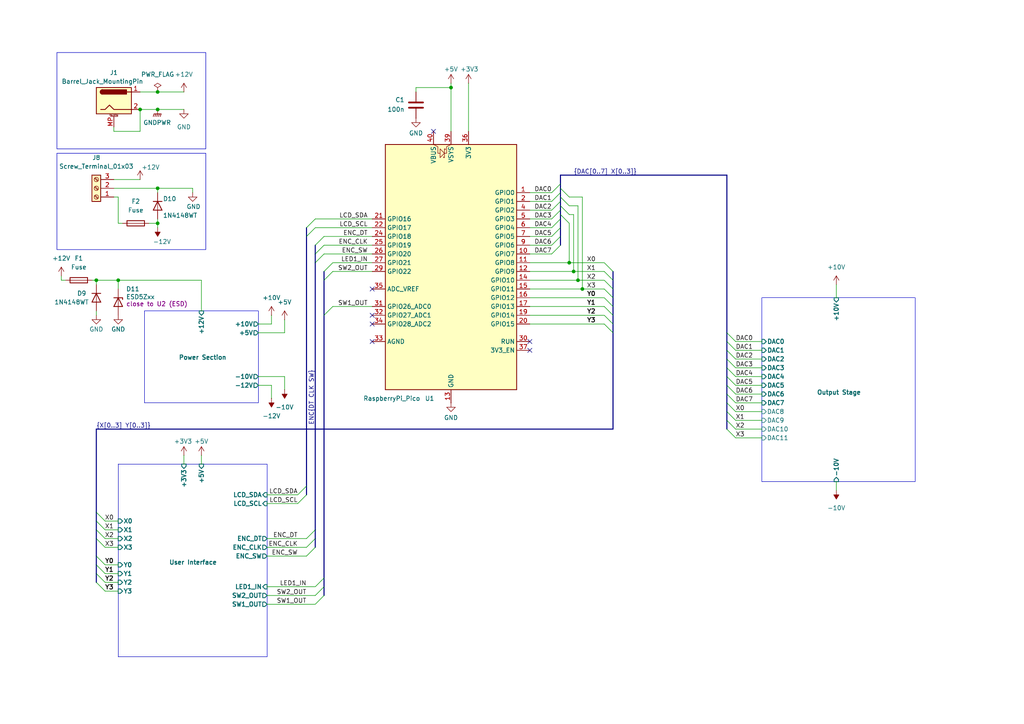
<source format=kicad_sch>
(kicad_sch (version 20231120) (generator "eeschema") (generator_version "8.0")
  (paper "A4")
  (lib_symbols
    (symbol "Connector:Barrel_Jack_MountingPin" (pin_names hide)
      (property "Reference" "J" (at 0 5.334 0))
      (property "Value" "Barrel_Jack_MountingPin" (at 1.27 -6.35 0))
      (symbol "Barrel_Jack_MountingPin_0_1"
        (rectangle (start -5.08 3.81) (end 5.08 -3.81) (stroke (width 0.254)) (fill (type background)))
        (arc (start -3.302 3.175) (mid -3.9343 2.54) (end -3.302 1.905) (stroke (width 0.254)))
        (arc (start -3.302 3.175) (mid -3.9343 2.54) (end -3.302 1.905) (stroke (width 0.254)) (fill (type outline)))
        (polyline (pts (xy 5.08 2.54) (xy 3.81 2.54)) (stroke (width 0.254)))
        (polyline (pts (xy -3.81 -2.54) (xy -2.54 -2.54) (xy -1.27 -1.27) (xy 0 -2.54) (xy 2.54 -2.54) (xy 5.08 -2.54)) (stroke (width 0.254)))
        (rectangle (start 3.683 3.175) (end -3.302 1.905) (stroke (width 0.254)) (fill (type outline)))
      )
      (symbol "Barrel_Jack_MountingPin_1_1"
        (polyline (pts (xy -1.016 -4.572) (xy 1.016 -4.572)) (stroke (width 0.1524)))
        (text "Mounting" (at 0 -4.191 0) (effects (font (size 0.381 0.381))))
        (pin passive line (at 7.62 2.54 180) (length 2.54) (name "~") (number "1"))
        (pin passive line (at 7.62 -2.54 180) (length 2.54) (name "~") (number "2"))
        (pin passive line (at 0 -7.62 90) (length 3.048) (name "MountPin") (number "MP"))
      )
    )
    (symbol "Connector:Screw_Terminal_01x03" (pin_names (offset 1.016) hide)
      (property "Reference" "J" (at 0 5.08 0))
      (property "Value" "Screw_Terminal_01x03" (at 0 -5.08 0))
      (symbol "Screw_Terminal_01x03_1_1"
        (rectangle (start -1.27 3.81) (end 1.27 -3.81) (stroke (width 0.254)) (fill (type background)))
        (circle (center 0 -2.54) (radius 0.635) (stroke (width 0.1524)))
        (polyline (pts (xy -0.5334 -2.2098) (xy 0.3302 -3.048)) (stroke (width 0.1524)))
        (polyline (pts (xy -0.5334 0.3302) (xy 0.3302 -0.508)) (stroke (width 0.1524)))
        (polyline (pts (xy -0.5334 2.8702) (xy 0.3302 2.032)) (stroke (width 0.1524)))
        (polyline (pts (xy -0.3556 -2.032) (xy 0.508 -2.8702)) (stroke (width 0.1524)))
        (polyline (pts (xy -0.3556 0.508) (xy 0.508 -0.3302)) (stroke (width 0.1524)))
        (polyline (pts (xy -0.3556 3.048) (xy 0.508 2.2098)) (stroke (width 0.1524)))
        (circle (center 0 0) (radius 0.635) (stroke (width 0.1524)))
        (circle (center 0 2.54) (radius 0.635) (stroke (width 0.1524)))
        (pin passive line (at -5.08 2.54 0) (length 3.81) (name "Pin_1") (number "1"))
        (pin passive line (at -5.08 0 0) (length 3.81) (name "Pin_2") (number "2"))
        (pin passive line (at -5.08 -2.54 0) (length 3.81) (name "Pin_3") (number "3"))
      )
    )
    (symbol "Device:C" (pin_numbers hide) (pin_names (offset 0.254))
      (property "Reference" "C" (at 0.635 2.54 0))
      (property "Value" "C" (at 0.635 -2.54 0))
      (symbol "C_0_1"
        (polyline (pts (xy -2.032 -0.762) (xy 2.032 -0.762)) (stroke (width 0.508)))
        (polyline (pts (xy -2.032 0.762) (xy 2.032 0.762)) (stroke (width 0.508)))
      )
      (symbol "C_1_1"
        (pin passive line (at 0 3.81 270) (length 2.794) (name "~") (number "1"))
        (pin passive line (at 0 -3.81 90) (length 2.794) (name "~") (number "2"))
      )
    )
    (symbol "Device:Fuse" (pin_numbers hide) (pin_names (offset 0))
      (property "Reference" "F" (at 2.032 0 90))
      (property "Value" "Fuse" (at -1.905 0 90))
      (symbol "Fuse_0_1"
        (rectangle (start -0.762 -2.54) (end 0.762 2.54) (stroke (width 0.254)))
        (polyline (pts (xy 0 2.54) (xy 0 -2.54)))
      )
      (symbol "Fuse_1_1"
        (pin passive line (at 0 3.81 270) (length 1.27) (name "~") (number "1"))
        (pin passive line (at 0 -3.81 90) (length 1.27) (name "~") (number "2"))
      )
    )
    (symbol "Diode:1N4148WT" (pin_numbers hide) (pin_names hide)
      (property "Reference" "D" (at 0 2.54 0))
      (property "Value" "1N4148WT" (at 0 -2.54 0))
      (symbol "1N4148WT_0_1"
        (polyline (pts (xy -1.27 1.27) (xy -1.27 -1.27)) (stroke (width 0.254)))
        (polyline (pts (xy 1.27 0) (xy -1.27 0)))
        (polyline (pts (xy 1.27 1.27) (xy 1.27 -1.27) (xy -1.27 0) (xy 1.27 1.27)) (stroke (width 0.254)))
      )
      (symbol "1N4148WT_1_1"
        (pin passive line (at -3.81 0 0) (length 2.54) (name "K") (number "1"))
        (pin passive line (at 3.81 0 180) (length 2.54) (name "A") (number "2"))
      )
    )
    (symbol "Diode:ESD5Zxx" (pin_numbers hide) (pin_names hide)
      (property "Reference" "D" (at 0 2.54 0))
      (property "Value" "ESD5Zxx" (at 0 -2.54 0))
      (symbol "ESD5Zxx_0_1"
        (polyline (pts (xy 1.27 0) (xy -1.27 0)))
        (polyline (pts (xy -1.27 -1.27) (xy -1.27 1.27) (xy -0.762 1.27)) (stroke (width 0.254)))
        (polyline (pts (xy 1.27 -1.27) (xy 1.27 1.27) (xy -1.27 0) (xy 1.27 -1.27)) (stroke (width 0.254)))
      )
      (symbol "ESD5Zxx_1_1"
        (pin passive line (at -3.81 0 0) (length 2.54) (name "K") (number "1"))
        (pin passive line (at 3.81 0 180) (length 2.54) (name "A") (number "2"))
      )
    )
    (symbol "MCU_Module_RaspberryPi_Pico:RaspberryPi_Pico"
      (property "Reference" "U" (at -19.05 38.1 0))
      (property "Value" "RaspberryPi_Pico" (at 7.62 38.1 0))
      (symbol "RaspberryPi_Pico_0_1"
        (rectangle (start -19.05 36.83) (end 19.05 -34.29) (stroke (width 0.254)) (fill (type background)))
        (polyline (pts (xy 0 36.83) (xy 1.27 36.195) (xy 1.27 34.29) (xy 1.905 34.29)))
        (polyline (pts (xy 1.905 34.29) (xy 3.175 35.56) (xy 3.175 33.02) (xy 1.905 34.29)))
        (polyline (pts (xy 5.08 36.83) (xy 3.81 36.195) (xy 3.81 34.29) (xy 3.175 34.29)))
        (polyline (pts (xy 1.651 35.306) (xy 1.651 35.56) (xy 1.905 35.56) (xy 1.905 33.02) (xy 2.159 33.02) (xy 2.159 33.274)))
      )
      (symbol "RaspberryPi_Pico_1_1"
        (pin bidirectional line (at -22.86 22.86 0) (length 3.81) (name "GPIO0") (number "1"))
        (pin bidirectional line (at -22.86 5.08 0) (length 3.81) (name "GPIO7") (number "10"))
        (pin bidirectional line (at -22.86 2.54 0) (length 3.81) (name "GPIO8") (number "11"))
        (pin bidirectional line (at -22.86 0 0) (length 3.81) (name "GPIO9") (number "12"))
        (pin power_out line (at 0 -38.1 90) (length 3.81) (name "GND") (number "13"))
        (pin bidirectional line (at -22.86 -2.54 0) (length 3.81) (name "GPIO10") (number "14"))
        (pin bidirectional line (at -22.86 -5.08 0) (length 3.81) (name "GPIO11") (number "15"))
        (pin bidirectional line (at -22.86 -7.62 0) (length 3.81) (name "GPIO12") (number "16"))
        (pin bidirectional line (at -22.86 -10.16 0) (length 3.81) (name "GPIO13") (number "17"))
        (pin passive line (at 0 -38.1 90) (length 3.81) hide (name "GND") (number "18"))
        (pin bidirectional line (at -22.86 -12.7 0) (length 3.81) (name "GPIO14") (number "19"))
        (pin bidirectional line (at -22.86 20.32 0) (length 3.81) (name "GPIO1") (number "2"))
        (pin bidirectional line (at -22.86 -15.24 0) (length 3.81) (name "GPIO15") (number "20"))
        (pin bidirectional line (at 22.86 15.24 180) (length 3.81) (name "GPIO16") (number "21"))
        (pin bidirectional line (at 22.86 12.7 180) (length 3.81) (name "GPIO17") (number "22"))
        (pin passive line (at 0 -38.1 90) (length 3.81) hide (name "GND") (number "23"))
        (pin bidirectional line (at 22.86 10.16 180) (length 3.81) (name "GPIO18") (number "24"))
        (pin bidirectional line (at 22.86 7.62 180) (length 3.81) (name "GPIO19") (number "25"))
        (pin bidirectional line (at 22.86 5.08 180) (length 3.81) (name "GPIO20") (number "26"))
        (pin bidirectional line (at 22.86 2.54 180) (length 3.81) (name "GPIO21") (number "27"))
        (pin passive line (at 0 -38.1 90) (length 3.81) hide (name "GND") (number "28"))
        (pin bidirectional line (at 22.86 0 180) (length 3.81) (name "GPIO22") (number "29"))
        (pin passive line (at 0 -38.1 90) (length 3.81) hide (name "GND") (number "3"))
        (pin input line (at -22.86 -20.32 0) (length 3.81) (name "RUN") (number "30"))
        (pin bidirectional line (at 22.86 -10.16 180) (length 3.81) (name "GPIO26_ADC0") (number "31"))
        (pin bidirectional line (at 22.86 -12.7 180) (length 3.81) (name "GPIO27_ADC1") (number "32"))
        (pin power_in line (at 22.86 -20.32 180) (length 3.81) (name "AGND") (number "33"))
        (pin bidirectional line (at 22.86 -15.24 180) (length 3.81) (name "GPIO28_ADC2") (number "34"))
        (pin power_in line (at 22.86 -5.08 180) (length 3.81) (name "ADC_VREF") (number "35"))
        (pin power_out line (at -5.08 40.64 270) (length 3.81) (name "3V3") (number "36"))
        (pin input line (at -22.86 -22.86 0) (length 3.81) (name "3V3_EN") (number "37"))
        (pin passive line (at 0 -38.1 90) (length 3.81) hide (name "GND") (number "38"))
        (pin power_in line (at 0 40.64 270) (length 3.81) (name "VSYS") (number "39"))
        (pin bidirectional line (at -22.86 17.78 0) (length 3.81) (name "GPIO2") (number "4"))
        (pin power_out line (at 5.08 40.64 270) (length 3.81) (name "VBUS") (number "40"))
        (pin bidirectional line (at -22.86 15.24 0) (length 3.81) (name "GPIO3") (number "5"))
        (pin bidirectional line (at -22.86 12.7 0) (length 3.81) (name "GPIO4") (number "6"))
        (pin bidirectional line (at -22.86 10.16 0) (length 3.81) (name "GPIO5") (number "7"))
        (pin passive line (at 0 -38.1 90) (length 3.81) hide (name "GND") (number "8"))
        (pin bidirectional line (at -22.86 7.62 0) (length 3.81) (name "GPIO6") (number "9"))
      )
    )
    (symbol "power:+10V" (power) (pin_numbers hide) (pin_names (offset 0) hide)
      (property "Value" "+10V" (at 0 3.556 0))
      (symbol "+10V_0_1"
        (polyline (pts (xy -0.762 1.27) (xy 0 2.54)))
        (polyline (pts (xy 0 0) (xy 0 2.54)))
        (polyline (pts (xy 0 2.54) (xy 0.762 1.27)))
      )
      (symbol "+10V_1_1"
        (pin power_in line (at 0 0 90) (length 0) (name "~") (number "1"))
      )
    )
    (symbol "power:+12V" (power) (pin_numbers hide) (pin_names (offset 0) hide)
      (property "Value" "+12V" (at 0 3.556 0))
      (symbol "+12V_0_1"
        (polyline (pts (xy -0.762 1.27) (xy 0 2.54)))
        (polyline (pts (xy 0 0) (xy 0 2.54)))
        (polyline (pts (xy 0 2.54) (xy 0.762 1.27)))
      )
      (symbol "+12V_1_1"
        (pin power_in line (at 0 0 90) (length 0) (name "~") (number "1"))
      )
    )
    (symbol "power:+3V3" (power) (pin_numbers hide) (pin_names (offset 0) hide)
      (property "Value" "+3V3" (at 0 3.556 0))
      (symbol "+3V3_0_1"
        (polyline (pts (xy -0.762 1.27) (xy 0 2.54)))
        (polyline (pts (xy 0 0) (xy 0 2.54)))
        (polyline (pts (xy 0 2.54) (xy 0.762 1.27)))
      )
      (symbol "+3V3_1_1"
        (pin power_in line (at 0 0 90) (length 0) (name "~") (number "1"))
      )
    )
    (symbol "power:+5V" (power) (pin_numbers hide) (pin_names (offset 0) hide)
      (property "Value" "+5V" (at 0 3.556 0))
      (symbol "+5V_0_1"
        (polyline (pts (xy -0.762 1.27) (xy 0 2.54)))
        (polyline (pts (xy 0 0) (xy 0 2.54)))
        (polyline (pts (xy 0 2.54) (xy 0.762 1.27)))
      )
      (symbol "+5V_1_1"
        (pin power_in line (at 0 0 90) (length 0) (name "~") (number "1"))
      )
    )
    (symbol "power:-10V" (power) (pin_numbers hide) (pin_names (offset 0) hide)
      (property "Value" "-10V" (at 0 3.556 0))
      (symbol "-10V_0_0"
        (pin power_in line (at 0 0 90) (length 0) (name "~") (number "1"))
      )
      (symbol "-10V_0_1"
        (polyline (pts (xy 0 0) (xy 0 1.27) (xy 0.762 1.27) (xy 0 2.54) (xy -0.762 1.27) (xy 0 1.27)) (fill (type outline)))
      )
    )
    (symbol "power:-12V" (power) (pin_numbers hide) (pin_names (offset 0) hide)
      (property "Value" "-12V" (at 0 3.556 0))
      (symbol "-12V_0_0"
        (pin power_in line (at 0 0 90) (length 0) (name "~") (number "1"))
      )
      (symbol "-12V_0_1"
        (polyline (pts (xy 0 0) (xy 0 1.27) (xy 0.762 1.27) (xy 0 2.54) (xy -0.762 1.27) (xy 0 1.27)) (fill (type outline)))
      )
    )
    (symbol "power:GND" (power) (pin_numbers hide) (pin_names (offset 0) hide)
      (property "Value" "GND" (at 0 -3.81 0))
      (symbol "GND_0_1"
        (polyline (pts (xy 0 0) (xy 0 -1.27) (xy 1.27 -1.27) (xy 0 -2.54) (xy -1.27 -1.27) (xy 0 -1.27)))
      )
      (symbol "GND_1_1"
        (pin power_in line (at 0 0 270) (length 0) (name "~") (number "1"))
      )
    )
    (symbol "power:GNDPWR" (power) (pin_numbers hide) (pin_names (offset 0) hide)
      (property "Value" "GNDPWR" (at 0 -3.302 0))
      (symbol "GNDPWR_0_1"
        (polyline (pts (xy 0 -1.27) (xy 0 0)))
        (polyline (pts (xy -1.016 -1.27) (xy -1.27 -2.032) (xy -1.27 -2.032)) (stroke (width 0.2032)))
        (polyline (pts (xy -0.508 -1.27) (xy -0.762 -2.032) (xy -0.762 -2.032)) (stroke (width 0.2032)))
        (polyline (pts (xy 0 -1.27) (xy -0.254 -2.032) (xy -0.254 -2.032)) (stroke (width 0.2032)))
        (polyline (pts (xy 0.508 -1.27) (xy 0.254 -2.032) (xy 0.254 -2.032)) (stroke (width 0.2032)))
        (polyline (pts (xy 1.016 -1.27) (xy -1.016 -1.27) (xy -1.016 -1.27)) (stroke (width 0.2032)))
        (polyline (pts (xy 1.016 -1.27) (xy 0.762 -2.032) (xy 0.762 -2.032) (xy 0.762 -2.032)) (stroke (width 0.2032)))
      )
      (symbol "GNDPWR_1_1"
        (pin power_in line (at 0 0 270) (length 0) (name "~") (number "1"))
      )
    )
    (symbol "power:PWR_FLAG" (power) (pin_numbers hide) (pin_names (offset 0) hide)
      (property "Value" "PWR_FLAG" (at 0 3.81 0))
      (symbol "PWR_FLAG_0_0"
        (pin power_out line (at 0 0 90) (length 0) (name "~") (number "1"))
      )
      (symbol "PWR_FLAG_0_1"
        (polyline (pts (xy 0 0) (xy 0 1.27) (xy -1.016 1.905) (xy 0 2.54) (xy 1.016 1.905) (xy 0 1.27)))
      )
    )
  )
  (junction (at 165.1 76.2))
  (junction (at 40.64 31.75))
  (junction (at 45.72 31.75))
  (junction (at 168.91 83.82))
  (junction (at 130.81 25.4))
  (junction (at 34.29 81.28))
  (junction (at 27.94 81.28))
  (junction (at 166.37 78.74))
  (junction (at 45.72 64.77))
  (junction (at 45.72 54.61))
  (junction (at 45.72 26.67))
  (junction (at 167.64 81.28))
  (no_connect (at 107.95 93.98))
  (no_connect (at 153.67 99.06))
  (no_connect (at 153.67 101.6))
  (no_connect (at 125.73 38.1))
  (no_connect (at 107.95 91.44))
  (no_connect (at 107.95 99.06))
  (no_connect (at 107.95 83.82))
  (bus_entry (at 162.56 62.23) (size 2.54 2.54))
  (bus_entry (at 30.48 151.13) (size -2.54 -2.54))
  (bus_entry (at 175.26 86.36) (size 2.54 2.54))
  (bus_entry (at 91.44 170.18) (size 2.54 -2.54))
  (bus_entry (at 88.9 158.75) (size 2.54 -2.54))
  (bus_entry (at 160.02 63.5) (size 2.54 -2.54))
  (bus_entry (at 30.48 168.91) (size -2.54 -2.54))
  (bus_entry (at 30.48 166.37) (size -2.54 -2.54))
  (bus_entry (at 175.26 78.74) (size 2.54 2.54))
  (bus_entry (at 96.52 88.9) (size -2.54 2.54))
  (bus_entry (at 213.36 104.14) (size -2.54 -2.54))
  (bus_entry (at 162.56 54.61) (size 2.54 2.54))
  (bus_entry (at 93.98 71.12) (size -2.54 2.54))
  (bus_entry (at 175.26 76.2) (size 2.54 2.54))
  (bus_entry (at 213.36 114.3) (size -2.54 -2.54))
  (bus_entry (at 175.26 81.28) (size 2.54 2.54))
  (bus_entry (at 213.36 109.22) (size -2.54 -2.54))
  (bus_entry (at 91.44 63.5) (size -2.54 2.54))
  (bus_entry (at 162.56 59.69) (size 2.54 2.54))
  (bus_entry (at 93.98 73.66) (size -2.54 2.54))
  (bus_entry (at 175.26 91.44) (size 2.54 2.54))
  (bus_entry (at 213.36 116.84) (size -2.54 -2.54))
  (bus_entry (at 160.02 55.88) (size 2.54 -2.54))
  (bus_entry (at 160.02 68.58) (size 2.54 -2.54))
  (bus_entry (at 30.48 171.45) (size -2.54 -2.54))
  (bus_entry (at 175.26 83.82) (size 2.54 2.54))
  (bus_entry (at 210.82 121.92) (size 2.54 2.54))
  (bus_entry (at 86.36 146.05) (size 2.54 -2.54))
  (bus_entry (at 210.82 124.46) (size 2.54 2.54))
  (bus_entry (at 160.02 60.96) (size 2.54 -2.54))
  (bus_entry (at 210.82 119.38) (size 2.54 2.54))
  (bus_entry (at 96.52 76.2) (size -2.54 2.54))
  (bus_entry (at 160.02 58.42) (size 2.54 -2.54))
  (bus_entry (at 86.36 143.51) (size 2.54 -2.54))
  (bus_entry (at 175.26 93.98) (size 2.54 2.54))
  (bus_entry (at 30.48 156.21) (size -2.54 -2.54))
  (bus_entry (at 160.02 73.66) (size 2.54 -2.54))
  (bus_entry (at 91.44 66.04) (size -2.54 2.54))
  (bus_entry (at 30.48 158.75) (size -2.54 -2.54))
  (bus_entry (at 30.48 163.83) (size -2.54 -2.54))
  (bus_entry (at 96.52 78.74) (size -2.54 2.54))
  (bus_entry (at 91.44 172.72) (size 2.54 -2.54))
  (bus_entry (at 213.36 99.06) (size -2.54 -2.54))
  (bus_entry (at 213.36 101.6) (size -2.54 -2.54))
  (bus_entry (at 88.9 156.21) (size 2.54 -2.54))
  (bus_entry (at 160.02 71.12) (size 2.54 -2.54))
  (bus_entry (at 213.36 106.68) (size -2.54 -2.54))
  (bus_entry (at 30.48 153.67) (size -2.54 -2.54))
  (bus_entry (at 175.26 88.9) (size 2.54 2.54))
  (bus_entry (at 210.82 116.84) (size 2.54 2.54))
  (bus_entry (at 162.56 57.15) (size 2.54 2.54))
  (bus_entry (at 88.9 161.29) (size 2.54 -2.54))
  (bus_entry (at 93.98 68.58) (size -2.54 2.54))
  (bus_entry (at 160.02 66.04) (size 2.54 -2.54))
  (bus_entry (at 213.36 111.76) (size -2.54 -2.54))
  (bus_entry (at 91.44 175.26) (size 2.54 -2.54))
  (bus (pts (xy 91.44 71.12) (xy 91.44 73.66)))
  (wire (pts (xy 77.47 172.72) (xy 91.44 172.72)))
  (wire (pts (xy 135.89 24.13) (xy 135.89 38.1)))
  (wire (pts (xy 166.37 62.23) (xy 165.1 62.23)))
  (wire (pts (xy 53.34 132.08) (xy 53.34 134.62)))
  (bus (pts (xy 162.56 57.15) (xy 162.56 55.88)))
  (wire (pts (xy 96.52 88.9) (xy 107.95 88.9)))
  (wire (pts (xy 120.65 26.67) (xy 120.65 25.4)))
  (wire (pts (xy 168.91 57.15) (xy 168.91 83.82)))
  (wire (pts (xy 213.36 121.92) (xy 220.98 121.92)))
  (bus (pts (xy 27.94 161.29) (xy 27.94 156.21)))
  (wire (pts (xy 153.67 83.82) (xy 168.91 83.82)))
  (wire (pts (xy 30.48 151.13) (xy 34.29 151.13)))
  (wire (pts (xy 74.93 109.22) (xy 82.55 109.22)))
  (bus (pts (xy 210.82 99.06) (xy 210.82 101.6)))
  (wire (pts (xy 153.67 66.04) (xy 160.02 66.04)))
  (bus (pts (xy 27.94 156.21) (xy 27.94 153.67)))
  (wire (pts (xy 40.64 31.75) (xy 45.72 31.75)))
  (wire (pts (xy 213.36 109.22) (xy 220.98 109.22)))
  (wire (pts (xy 166.37 62.23) (xy 166.37 78.74)))
  (wire (pts (xy 30.48 168.91) (xy 34.29 168.91)))
  (wire (pts (xy 130.81 25.4) (xy 120.65 25.4)))
  (wire (pts (xy 153.67 81.28) (xy 167.64 81.28)))
  (bus (pts (xy 91.44 158.75) (xy 91.44 156.21)))
  (bus (pts (xy 93.98 78.74) (xy 93.98 81.28)))
  (wire (pts (xy 77.47 146.05) (xy 86.36 146.05)))
  (wire (pts (xy 27.94 90.17) (xy 27.94 91.44)))
  (wire (pts (xy 93.98 73.66) (xy 107.95 73.66)))
  (bus (pts (xy 88.9 143.51) (xy 88.9 140.97)))
  (bus (pts (xy 27.94 166.37) (xy 27.94 163.83)))
  (wire (pts (xy 30.48 153.67) (xy 34.29 153.67)))
  (wire (pts (xy 153.67 88.9) (xy 175.26 88.9)))
  (wire (pts (xy 45.72 54.61) (xy 55.88 54.61)))
  (bus (pts (xy 162.56 54.61) (xy 162.56 53.34)))
  (bus (pts (xy 162.56 71.12) (xy 162.56 68.58)))
  (bus (pts (xy 210.82 96.52) (xy 210.82 99.06)))
  (wire (pts (xy 40.64 26.67) (xy 45.72 26.67)))
  (wire (pts (xy 93.98 71.12) (xy 107.95 71.12)))
  (wire (pts (xy 33.02 54.61) (xy 45.72 54.61)))
  (wire (pts (xy 213.36 101.6) (xy 220.98 101.6)))
  (wire (pts (xy 213.36 99.06) (xy 220.98 99.06)))
  (wire (pts (xy 153.67 63.5) (xy 160.02 63.5)))
  (bus (pts (xy 177.8 81.28) (xy 177.8 83.82)))
  (wire (pts (xy 34.29 64.77) (xy 35.56 64.77)))
  (wire (pts (xy 33.02 38.1) (xy 33.02 36.83)))
  (wire (pts (xy 213.36 124.46) (xy 220.98 124.46)))
  (bus (pts (xy 177.8 78.74) (xy 177.8 81.28)))
  (wire (pts (xy 74.93 111.76) (xy 78.74 111.76)))
  (wire (pts (xy 93.98 68.58) (xy 107.95 68.58)))
  (bus (pts (xy 162.56 68.58) (xy 162.56 66.04)))
  (wire (pts (xy 30.48 166.37) (xy 34.29 166.37)))
  (wire (pts (xy 55.88 54.61) (xy 55.88 55.88)))
  (wire (pts (xy 74.93 93.98) (xy 78.74 93.98)))
  (wire (pts (xy 33.02 52.07) (xy 40.64 52.07)))
  (wire (pts (xy 153.67 73.66) (xy 160.02 73.66)))
  (wire (pts (xy 77.47 158.75) (xy 88.9 158.75)))
  (bus (pts (xy 210.82 114.3) (xy 210.82 116.84)))
  (bus (pts (xy 210.82 109.22) (xy 210.82 111.76)))
  (wire (pts (xy 96.52 78.74) (xy 107.95 78.74)))
  (bus (pts (xy 210.82 116.84) (xy 210.82 119.38)))
  (bus (pts (xy 88.9 68.58) (xy 88.9 140.97)))
  (wire (pts (xy 96.52 76.2) (xy 107.95 76.2)))
  (wire (pts (xy 242.57 139.7) (xy 242.57 142.24)))
  (bus (pts (xy 177.8 88.9) (xy 177.8 91.44)))
  (wire (pts (xy 242.57 82.55) (xy 242.57 86.36)))
  (wire (pts (xy 168.91 83.82) (xy 175.26 83.82)))
  (wire (pts (xy 153.67 68.58) (xy 160.02 68.58)))
  (bus (pts (xy 162.56 50.8) (xy 162.56 53.34)))
  (wire (pts (xy 153.67 71.12) (xy 160.02 71.12)))
  (wire (pts (xy 213.36 119.38) (xy 220.98 119.38)))
  (wire (pts (xy 130.81 25.4) (xy 130.81 38.1)))
  (wire (pts (xy 213.36 127) (xy 220.98 127)))
  (bus (pts (xy 210.82 101.6) (xy 210.82 104.14)))
  (wire (pts (xy 153.67 78.74) (xy 166.37 78.74)))
  (wire (pts (xy 91.44 66.04) (xy 107.95 66.04)))
  (wire (pts (xy 77.47 161.29) (xy 88.9 161.29)))
  (bus (pts (xy 93.98 81.28) (xy 93.98 91.44)))
  (wire (pts (xy 27.94 81.28) (xy 26.67 81.28)))
  (wire (pts (xy 17.78 81.28) (xy 19.05 81.28)))
  (wire (pts (xy 153.67 76.2) (xy 165.1 76.2)))
  (bus (pts (xy 210.82 111.76) (xy 210.82 114.3)))
  (wire (pts (xy 78.74 111.76) (xy 78.74 115.57)))
  (wire (pts (xy 153.67 93.98) (xy 175.26 93.98)))
  (wire (pts (xy 213.36 106.68) (xy 220.98 106.68)))
  (bus (pts (xy 162.56 55.88) (xy 162.56 54.61)))
  (bus (pts (xy 27.94 153.67) (xy 27.94 151.13)))
  (wire (pts (xy 168.91 57.15) (xy 165.1 57.15)))
  (bus (pts (xy 91.44 73.66) (xy 91.44 76.2)))
  (bus (pts (xy 162.56 62.23) (xy 162.56 60.96)))
  (wire (pts (xy 77.47 170.18) (xy 91.44 170.18)))
  (bus (pts (xy 210.82 106.68) (xy 210.82 109.22)))
  (wire (pts (xy 34.29 81.28) (xy 34.29 83.82)))
  (bus (pts (xy 162.56 63.5) (xy 162.56 62.23)))
  (bus (pts (xy 210.82 104.14) (xy 210.82 106.68)))
  (wire (pts (xy 153.67 55.88) (xy 160.02 55.88)))
  (wire (pts (xy 213.36 114.3) (xy 220.98 114.3)))
  (wire (pts (xy 74.93 96.52) (xy 82.55 96.52)))
  (bus (pts (xy 88.9 66.04) (xy 88.9 68.58)))
  (wire (pts (xy 213.36 111.76) (xy 220.98 111.76)))
  (wire (pts (xy 165.1 64.77) (xy 165.1 76.2)))
  (wire (pts (xy 167.64 81.28) (xy 175.26 81.28)))
  (wire (pts (xy 78.74 91.44) (xy 78.74 93.98)))
  (wire (pts (xy 30.48 156.21) (xy 34.29 156.21)))
  (wire (pts (xy 167.64 59.69) (xy 167.64 81.28)))
  (wire (pts (xy 27.94 81.28) (xy 27.94 82.55)))
  (wire (pts (xy 153.67 86.36) (xy 175.26 86.36)))
  (wire (pts (xy 82.55 92.71) (xy 82.55 96.52)))
  (bus (pts (xy 27.94 124.46) (xy 27.94 148.59)))
  (bus (pts (xy 93.98 172.72) (xy 93.98 170.18)))
  (wire (pts (xy 165.1 76.2) (xy 175.26 76.2)))
  (wire (pts (xy 213.36 116.84) (xy 220.98 116.84)))
  (bus (pts (xy 93.98 170.18) (xy 93.98 167.64)))
  (bus (pts (xy 177.8 93.98) (xy 177.8 96.52)))
  (bus (pts (xy 93.98 91.44) (xy 93.98 167.64)))
  (wire (pts (xy 27.94 81.28) (xy 34.29 81.28)))
  (wire (pts (xy 30.48 163.83) (xy 34.29 163.83)))
  (bus (pts (xy 210.82 121.92) (xy 210.82 124.46)))
  (bus (pts (xy 27.94 163.83) (xy 27.94 161.29)))
  (bus (pts (xy 162.56 59.69) (xy 162.56 58.42)))
  (wire (pts (xy 30.48 171.45) (xy 34.29 171.45)))
  (bus (pts (xy 177.8 83.82) (xy 177.8 86.36)))
  (bus (pts (xy 91.44 76.2) (xy 91.44 153.67)))
  (wire (pts (xy 45.72 26.67) (xy 53.34 26.67)))
  (wire (pts (xy 33.02 57.15) (xy 34.29 57.15)))
  (wire (pts (xy 77.47 143.51) (xy 86.36 143.51)))
  (wire (pts (xy 45.72 54.61) (xy 45.72 55.88)))
  (bus (pts (xy 27.94 168.91) (xy 27.94 166.37)))
  (wire (pts (xy 91.44 63.5) (xy 107.95 63.5)))
  (wire (pts (xy 45.72 31.75) (xy 53.34 31.75)))
  (wire (pts (xy 45.72 64.77) (xy 45.72 66.04)))
  (wire (pts (xy 43.18 64.77) (xy 45.72 64.77)))
  (wire (pts (xy 34.29 81.28) (xy 58.42 81.28)))
  (wire (pts (xy 77.47 175.26) (xy 91.44 175.26)))
  (bus (pts (xy 162.56 50.8) (xy 210.82 50.8)))
  (bus (pts (xy 162.56 58.42) (xy 162.56 57.15)))
  (wire (pts (xy 34.29 57.15) (xy 34.29 64.77)))
  (wire (pts (xy 45.72 63.5) (xy 45.72 64.77)))
  (wire (pts (xy 130.81 24.13) (xy 130.81 25.4)))
  (wire (pts (xy 58.42 81.28) (xy 58.42 90.17)))
  (bus (pts (xy 91.44 156.21) (xy 91.44 153.67)))
  (bus (pts (xy 177.8 86.36) (xy 177.8 88.9)))
  (wire (pts (xy 167.64 59.69) (xy 165.1 59.69)))
  (bus (pts (xy 27.94 151.13) (xy 27.94 148.59)))
  (bus (pts (xy 210.82 50.8) (xy 210.82 96.52)))
  (wire (pts (xy 82.55 109.22) (xy 82.55 113.03)))
  (wire (pts (xy 153.67 58.42) (xy 160.02 58.42)))
  (wire (pts (xy 40.64 31.75) (xy 40.64 38.1)))
  (wire (pts (xy 166.37 78.74) (xy 175.26 78.74)))
  (wire (pts (xy 17.78 80.01) (xy 17.78 81.28)))
  (wire (pts (xy 30.48 158.75) (xy 34.29 158.75)))
  (wire (pts (xy 77.47 156.21) (xy 88.9 156.21)))
  (bus (pts (xy 162.56 60.96) (xy 162.56 59.69)))
  (bus (pts (xy 177.8 96.52) (xy 177.8 124.46)))
  (bus (pts (xy 162.56 66.04) (xy 162.56 63.5)))
  (wire (pts (xy 153.67 91.44) (xy 175.26 91.44)))
  (wire (pts (xy 33.02 38.1) (xy 40.64 38.1)))
  (wire (pts (xy 213.36 104.14) (xy 220.98 104.14)))
  (bus (pts (xy 27.94 124.46) (xy 177.8 124.46)))
  (bus (pts (xy 177.8 91.44) (xy 177.8 93.98)))
  (wire (pts (xy 58.42 132.08) (xy 58.42 134.62)))
  (wire (pts (xy 153.67 60.96) (xy 160.02 60.96)))
  (bus (pts (xy 210.82 119.38) (xy 210.82 121.92)))
  (rectangle (start 16.51 44.45) (end 59.69 72.39))
  (rectangle (start 16.51 15.24) (end 59.69 43.18))
  (label "DAC4" (at 213.36 109.22 0))
  (label "DAC3" (at 160.02 63.5 180))
  (label "X3" (at 33.02 158.75 180))
  (label "ENC_CLK" (at 106.68 71.12 180))
  (label "Y3" (at 33.02 171.45 180) (effects (font (thickness 0.254))))
  (label "Y1" (at 170.18 88.9 0) (effects (font (thickness 0.254))))
  (label "SW2_OUT" (at 88.9 172.72 180))
  (label "DAC6" (at 160.02 71.12 180))
  (label "ENC_SW" (at 86.36 161.29 180))
  (label "DAC2" (at 160.02 60.96 180))
  (label "Y3" (at 170.18 93.98 0) (effects (font (thickness 0.254))))
  (label "{X[0..3] Y[0..3]}" (at 27.94 124.46 0))
  (label "ENC_CLK" (at 86.36 158.75 180))
  (label "Y0" (at 170.18 86.36 0) (effects (font (thickness 0.254))))
  (label "LED1_IN" (at 106.68 76.2 180))
  (label "DAC7" (at 160.02 73.66 180))
  (label "LED1_IN" (at 88.9 170.18 180))
  (label "DAC0" (at 160.02 55.88 180))
  (label "DAC6" (at 213.36 114.3 0))
  (label "X1" (at 170.18 78.74 0))
  (label "X3" (at 213.36 127 0))
  (label "DAC2" (at 213.36 104.14 0))
  (label "DAC1" (at 160.02 58.42 180))
  (label "X1" (at 213.36 121.92 0))
  (label "LCD_SDA" (at 106.68 63.5 180))
  (label "ENC{DT CLK SW}" (at 91.44 123.19 90))
  (label "{DAC[0..7] X[0..3]}" (at 166.37 50.8 0))
  (label "SW1_OUT" (at 88.9 175.26 180))
  (label "X2" (at 213.36 124.46 0))
  (label "X3" (at 170.18 83.82 0))
  (label "X0" (at 213.36 119.38 0))
  (label "DAC3" (at 213.36 106.68 0))
  (label "Y0" (at 33.02 163.83 180) (effects (font (thickness 0.254))))
  (label "LCD_SCL" (at 106.68 66.04 180))
  (label "X2" (at 33.02 156.21 180))
  (label "SW1_OUT" (at 106.68 88.9 180))
  (label "DAC4" (at 160.02 66.04 180))
  (label "ENC_SW" (at 106.68 73.66 180))
  (label "Y2" (at 33.02 168.91 180) (effects (font (thickness 0.254))))
  (label "X1" (at 33.02 153.67 180))
  (label "LCD_SDA" (at 86.36 143.51 180))
  (label "DAC1" (at 213.36 101.6 0))
  (label "DAC0" (at 213.36 99.06 0))
  (label "X0" (at 33.02 151.13 180))
  (label "LCD_SCL" (at 86.36 146.05 180))
  (label "ENC_DT" (at 86.36 156.21 180))
  (label "Y2" (at 170.18 91.44 0) (effects (font (thickness 0.254))))
  (label "DAC7" (at 213.36 116.84 0))
  (label "Y1" (at 33.02 166.37 180) (effects (font (thickness 0.254))))
  (label "DAC5" (at 160.02 68.58 180))
  (label "SW2_OUT" (at 106.68 78.74 180))
  (label "X2" (at 170.18 81.28 0))
  (label "X0" (at 170.18 76.2 0))
  (label "DAC5" (at 213.36 111.76 0))
  (label "ENC_DT" (at 106.68 68.58 180))
  (symbol (lib_id "power:+5V") (at 82.55 92.71 0) (unit 1)
    (property "Reference" "#PWR018" (effects (hide yes)))
    (property "Value" "+5V" (at 82.55 87.63 0))
    (property "Description" "Power symbol creates a global label with name \"+5V\"" (effects (hide yes)))
  )
  (symbol (lib_id "power:GND") (at 27.94 91.44 0) (unit 1)
    (property "Reference" "#PWR035" (effects (hide yes)))
    (property "Value" "GND" (at 27.94 95.504 0))
    (property "Description" "Power symbol creates a global label with name \"GND\" , ground" (effects (hide yes)))
  )
  (symbol (lib_id "power:GNDPWR") (at 45.72 31.75 0) (unit 1)
    (property "Reference" "#PWR02" (effects (hide yes)))
    (property "Value" "GNDPWR" (at 45.593 35.56 0))
    (property "Description" "Power symbol creates a global label with name \"GNDPWR\" , global ground" (effects (hide yes)))
  )
  (symbol (lib_id "power:+10V") (at 78.74 91.44 0) (unit 1)
    (property "Reference" "#PWR06" (effects (hide yes)))
    (property "Value" "+10V" (at 78.74 86.36 0))
    (property "Description" "Power symbol creates a global label with name \"+10V\"" (effects (hide yes)))
  )
  (symbol (lib_id "Device:Fuse") (at 22.86 81.28 90) (unit 1)
    (property "Reference" "F1" (at 22.86 74.93 90))
    (property "Value" "Fuse" (at 22.86 77.47 90))
    (property "Footprint" "Fuse:Fuseholder_Clip-5x20mm_Keystone_3517_Inline_P23.11x6.76mm_D1.70mm_Horizontal" (effects (hide yes)))
    (property "Description" "Fuse" (effects (hide yes)))
  )
  (symbol (lib_id "power:+3V3") (at 135.89 24.13 0) (mirror y) (unit 1)
    (property "Reference" "#PWR028" (effects (hide yes)))
    (property "Value" "+3V3" (at 136.144 20.066 0))
    (property "Description" "Power symbol creates a global label with name \"+3V3\"" (effects (hide yes)))
  )
  (symbol (lib_id "MCU_Module_RaspberryPi_Pico:RaspberryPi_Pico") (at 130.81 78.74 0) (mirror y) (unit 1)
    (property "Reference" "U1" (at 125.984 115.57 0) (effects (justify left)))
    (property "Value" "RaspberryPi_Pico" (at 121.92 115.57 0) (effects (justify left)))
    (property "Footprint" "Module_RaspberryPi_Pico:RaspberryPi_Pico_Common" (effects (hide yes)))
    (property "Datasheet" "https://datasheets.raspberrypi.com/pico/pico-datasheet.pdf" (effects (hide yes)))
    (property "Description" "Versatile and inexpensive microcontroller module (with full pinout for reflow soldering) powered by RP2040 dual-core Arm Cortex-M0+ processor up to 133 MHz, 264kB SRAM, 2MB QSPI flash" (effects (hide yes)))
  )
  (symbol (lib_id "power:-10V") (at 82.55 113.03 180) (unit 1)
    (property "Reference" "#PWR020" (effects (hide yes)))
    (property "Value" "-10V" (at 82.55 118.11 0))
    (property "Description" "Power symbol creates a global label with name \"-10V\"" (effects (hide yes)))
  )
  (symbol (lib_id "power:+12V") (at 17.78 80.01 0) (unit 1)
    (property "Reference" "#PWR01" (effects (hide yes)))
    (property "Value" "+12V" (at 17.78 74.93 0))
    (property "Description" "Power symbol creates a global label with name \"+12V\"" (effects (hide yes)))
  )
  (symbol (lib_id "power:PWR_FLAG") (at 45.72 26.67 0) (unit 1)
    (property "Reference" "#FLG01" (effects (hide yes)))
    (property "Value" "PWR_FLAG" (at 45.72 21.59 0))
    (property "Description" "Special symbol for telling ERC where power comes from" (effects (hide yes)))
  )
  (symbol (lib_id "power:+12V") (at 53.34 26.67 0) (unit 1)
    (property "Reference" "#PWR03" (effects (hide yes)))
    (property "Value" "+12V" (at 53.34 21.59 0))
    (property "Description" "Power symbol creates a global label with name \"+12V\"" (effects (hide yes)))
  )
  (symbol (lib_id "Diode:1N4148WT") (at 45.72 59.69 270) (unit 1)
    (property "Reference" "D10" (at 47.244 57.658 90) (effects (justify left)))
    (property "Value" "1N4148WT" (at 47.244 62.484 90) (effects (justify left)))
    (property "Footprint" "Diode_THT:D_DO-41_SOD81_P10.16mm_Horizontal" (effects (hide yes)))
    (property "Datasheet" "https://www.diodes.com/assets/Datasheets/ds30396.pdf" (effects (hide yes)))
    (property "Description" "75V 0.15A Fast switching Diode, SOD-523" (effects (hide yes)))
    (property "Sim.Device" "D" (effects (hide yes)))
    (property "Sim.Pins" "1=K 2=A" (effects (hide yes)))
  )
  (symbol (lib_id "power:+3V3") (at 53.34 132.08 0) (unit 1)
    (property "Reference" "#PWR05" (effects (hide yes)))
    (property "Value" "+3V3" (at 53.086 128.016 0))
    (property "Description" "Power symbol creates a global label with name \"+3V3\"" (effects (hide yes)))
  )
  (symbol (lib_id "power:+5V") (at 130.81 24.13 0) (mirror y) (unit 1)
    (property "Reference" "#PWR022" (effects (hide yes)))
    (property "Value" "+5V" (at 130.81 20.066 0))
    (property "Description" "Power symbol creates a global label with name \"+5V\"" (effects (hide yes)))
  )
  (symbol (lib_id "Connector:Screw_Terminal_01x03") (at 27.94 54.61 180) (unit 1)
    (property "Reference" "J8" (at 27.94 45.72 0))
    (property "Value" "Screw_Terminal_01x03" (at 27.94 48.26 0))
    (property "Footprint" "TerminalBlock_MetzConnect:TerminalBlock_MetzConnect_Type094_RT03503HBLU_1x03_P5.00mm_Horizontal" (effects (hide yes)))
    (property "Description" "Generic screw terminal, single row, 01x03, script generated (kicad-library-utils/schlib/autogen/connector/)" (effects (hide yes)))
  )
  (symbol (lib_id "Device:Fuse") (at 39.37 64.77 90) (unit 1)
    (property "Reference" "F2" (at 39.37 58.42 90))
    (property "Value" "Fuse" (at 39.37 60.96 90))
    (property "Footprint" "Fuse:Fuseholder_Clip-5x20mm_Keystone_3517_Inline_P23.11x6.76mm_D1.70mm_Horizontal" (effects (hide yes)))
    (property "Description" "Fuse" (effects (hide yes)))
  )
  (symbol (lib_id "power:GND") (at 130.81 116.84 0) (mirror y) (unit 1)
    (property "Reference" "#PWR023" (effects (hide yes)))
    (property "Value" "GND" (at 130.81 121.158 0))
    (property "Description" "Power symbol creates a global label with name \"GND\" , ground" (effects (hide yes)))
  )
  (symbol (lib_id "power:GND") (at 55.88 55.88 0) (unit 1)
    (property "Reference" "#PWR032" (effects (hide yes)))
    (property "Value" "GND" (at 56.134 59.944 0))
    (property "Description" "Power symbol creates a global label with name \"GND\" , ground" (effects (hide yes)))
  )
  (symbol (lib_id "power:+10V") (at 242.57 82.55 0) (mirror y) (unit 1)
    (property "Reference" "#PWR030" (effects (hide yes)))
    (property "Value" "+10V" (at 242.57 77.47 0))
    (property "Description" "Power symbol creates a global label with name \"+10V\"" (effects (hide yes)))
  )
  (symbol (lib_id "Diode:ESD5Zxx") (at 34.29 87.63 270) (unit 1)
    (property "Reference" "D11" (at 36.576 83.82 90) (effects (justify left)))
    (property "Value" "ESD5Zxx" (at 36.576 86.106 90) (effects (justify left)))
    (property "Footprint" "Diode_SMD:D_SOD-523" (effects (hide yes)))
    (property "Datasheet" "https://www.onsemi.com/pdf/datasheet/esd5z2.5t1-d.pdf" (effects (hide yes)))
    (property "Description" "close to U2 (ESD)" (at 36.576 88.138 90) (effects (justify left)))
  )
  (symbol (lib_id "Diode:1N4148WT") (at 27.94 86.36 270) (unit 1)
    (property "Reference" "D9" (at 22.352 85.09 90) (effects (justify left)))
    (property "Value" "1N4148WT" (at 15.748 87.63 90) (effects (justify left)))
    (property "Footprint" "Diode_THT:D_DO-41_SOD81_P10.16mm_Horizontal" (effects (hide yes)))
    (property "Datasheet" "https://www.diodes.com/assets/Datasheets/ds30396.pdf" (effects (hide yes)))
    (property "Description" "75V 0.15A Fast switching Diode, SOD-523" (effects (hide yes)))
    (property "Sim.Device" "D" (effects (hide yes)))
    (property "Sim.Pins" "1=K 2=A" (effects (hide yes)))
  )
  (symbol (lib_id "power:+12V") (at 40.64 52.07 0) (unit 1)
    (property "Reference" "#PWR033" (effects (hide yes)))
    (property "Value" "+12V" (at 43.688 48.514 0))
    (property "Description" "Power symbol creates a global label with name \"+12V\"" (effects (hide yes)))
  )
  (symbol (lib_id "power:-10V") (at 242.57 142.24 0) (mirror x) (unit 1)
    (property "Reference" "#PWR031" (effects (hide yes)))
    (property "Value" "-10V" (at 242.57 147.32 0))
    (property "Description" "Power symbol creates a global label with name \"-10V\"" (effects (hide yes)))
  )
  (symbol (lib_id "power:GND") (at 120.65 34.29 0) (mirror y) (unit 1)
    (property "Reference" "#PWR021" (effects (hide yes)))
    (property "Value" "GND" (at 120.65 38.608 0))
    (property "Description" "Power symbol creates a global label with name \"GND\" , ground" (effects (hide yes)))
  )
  (symbol (lib_id "power:-12V") (at 78.74 115.57 180) (unit 1)
    (property "Reference" "#PWR010" (effects (hide yes)))
    (property "Value" "-12V" (at 78.74 120.65 0))
    (property "Description" "Power symbol creates a global label with name \"-12V\"" (effects (hide yes)))
  )
  (symbol (lib_id "Device:C") (at 120.65 30.48 0) (mirror y) (unit 1)
    (property "Reference" "C1" (at 117.348 28.956 0) (effects (justify left)))
    (property "Value" "100n" (at 117.348 31.75 0) (effects (justify left)))
    (property "Footprint" "Capacitor_SMD:C_0805_2012Metric_Pad1.18x1.45mm_HandSolder" (effects (hide yes)))
    (property "Description" "Unpolarized capacitor" (effects (hide yes)))
  )
  (symbol (lib_id "power:+5V") (at 58.42 132.08 0) (unit 1)
    (property "Reference" "#PWR011" (effects (hide yes)))
    (property "Value" "+5V" (at 58.42 128.016 0))
    (property "Description" "Power symbol creates a global label with name \"+5V\"" (effects (hide yes)))
  )
  (symbol (lib_id "Connector:Barrel_Jack_MountingPin") (at 33.02 29.21 0) (unit 1)
    (property "Reference" "J1" (at 33.02 21.082 0))
    (property "Value" "Barrel_Jack_MountingPin" (at 29.718 23.622 0))
    (property "Footprint" "Connector_BarrelJack:BarrelJack_Horizontal" (effects (hide yes)))
    (property "Description" "DC Barrel Jack with a mounting pin" (effects (hide yes)))
  )
  (symbol (lib_id "power:GND") (at 53.34 31.75 0) (unit 1)
    (property "Reference" "#PWR04" (effects (hide yes)))
    (property "Value" "GND" (at 53.34 36.83 0))
    (property "Description" "Power symbol creates a global label with name \"GND\" , ground" (effects (hide yes)))
  )
  (symbol (lib_id "power:GND") (at 34.29 91.44 0) (unit 1)
    (property "Reference" "#PWR036" (effects (hide yes)))
    (property "Value" "GND" (at 34.29 95.504 0))
    (property "Description" "Power symbol creates a global label with name \"GND\" , ground" (effects (hide yes)))
  )
  (symbol (lib_id "power:-12V") (at 45.72 66.04 180) (unit 1)
    (property "Reference" "#PWR034" (effects (hide yes)))
    (property "Value" "-12V" (at 46.99 70.104 0))
    (property "Description" "Power symbol creates a global label with name \"-12V\"" (effects (hide yes)))
  )
  (sheet (at 41.91 90.17) (size 33.02 26.67) (stroke (width 0.1524) (color 0 0 194 1)) (fill (color 255 255 255 1.0000))
    (property "Sheetname" "Power Section" (at 51.816 104.394 0) (effects (font (bold yes)) (justify left bottom)))
    (property "Sheetfile" "PowerSection.kicad_sch" (effects (hide yes)))
    (pin "+12V" input (at 58.42 90.17 90) (effects (font (bold yes))))
    (pin "+5V" output (at 74.93 96.52 0) (effects (font (bold yes))))
    (pin "-12V" output (at 74.93 111.76 0) (effects (font (bold yes))))
    (pin "+10V" output (at 74.93 93.98 0) (effects (font (bold yes))))
    (pin "-10V" output (at 74.93 109.22 0) (effects (font (bold yes))))
  )
  (sheet (at 34.29 134.62) (size 43.18 55.88) (stroke (width 0.1524) (color 0 0 194 1)) (fill (color 255 255 255 1.0000))
    (property "Sheetname" "User Interface" (at 49.022 163.83 0) (effects (font (bold yes)) (justify left bottom)))
    (property "Sheetfile" "UserInterface.kicad_sch" (effects (hide yes)))
    (pin "ENC_DT" output (at 77.47 156.21 0) (effects (font (bold yes))))
    (pin "ENC_CLK" output (at 77.47 158.75 0) (effects (font (bold yes))))
    (pin "ENC_SW" output (at 77.47 161.29 0) (effects (font (bold yes))))
    (pin "X0" input (at 34.29 151.13 180) (effects (font (bold yes))))
    (pin "+3V3" input (at 53.34 134.62 90) (effects (font (bold yes))))
    (pin "SW2_OUT" output (at 77.47 172.72 0) (effects (font (bold yes))))
    (pin "LED1_IN" input (at 77.47 170.18 0) (effects (font (bold yes))))
    (pin "SW1_OUT" output (at 77.47 175.26 0) (effects (font (bold yes))))
    (pin "Y0" input (at 34.29 163.83 180) (effects (font (bold yes))))
    (pin "Y1" input (at 34.29 166.37 180) (effects (font (bold yes))))
    (pin "X3" input (at 34.29 158.75 180) (effects (font (bold yes))))
    (pin "Y2" input (at 34.29 168.91 180) (effects (font (bold yes))))
    (pin "X1" input (at 34.29 153.67 180) (effects (font (bold yes))))
    (pin "X2" input (at 34.29 156.21 180) (effects (font (bold yes))))
    (pin "Y3" input (at 34.29 171.45 180) (effects (font (bold yes))))
    (pin "+5V" input (at 58.42 134.62 90) (effects (font (bold yes))))
    (pin "LCD_SDA" input (at 77.47 143.51 0) (effects (font (bold yes))))
    (pin "LCD_SCL" input (at 77.47 146.05 0) (effects (font (bold yes))))
  )
  (sheet (at 220.98 86.36) (size 44.45 53.34) (stroke (width 0.1524) (color 0 0 194 1)) (fill (color 255 255 255 1.0000))
    (property "Sheetname" "Output Stage" (at 243.332 113.792 0) (effects (font (bold yes))))
    (property "Sheetfile" "OutputStage.kicad_sch" (effects (hide yes)))
    (pin "-10V" input (at 242.57 139.7 270) (effects (font (bold yes))))
    (pin "+10V" input (at 242.57 86.36 90) (effects (font (bold yes))))
    (pin "DAC1" input (at 220.98 101.6 180) (effects (font (bold yes))))
    (pin "DAC2" input (at 220.98 104.14 180) (effects (font (bold yes))))
    (pin "DAC3" input (at 220.98 106.68 180) (effects (font (bold yes))))
    (pin "DAC0" input (at 220.98 99.06 180) (effects (font (bold yes))))
    (pin "DAC5" input (at 220.98 111.76 180) (effects (font (bold yes))))
    (pin "DAC4" input (at 220.98 109.22 180) (effects (font (bold yes))))
    (pin "DAC6" input (at 220.98 114.3 180) (effects (font (bold yes))))
    (pin "DAC7" input (at 220.98 116.84 180) (effects (font (bold yes))))
    (pin "DAC8" input (at 220.98 119.38 180))
    (pin "DAC10" input (at 220.98 124.46 180))
    (pin "DAC9" input (at 220.98 121.92 180))
    (pin "DAC11" input (at 220.98 127 180))
  )
)
</source>
